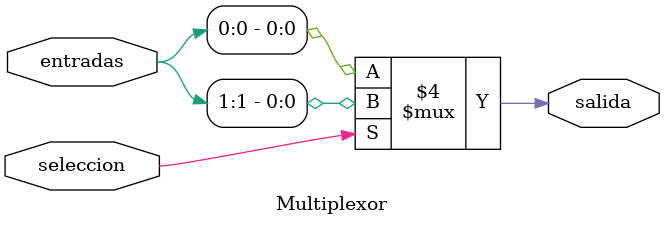
<source format=v>
module Multiplexor(
	input[1:0] entradas,
	input seleccion,
	output reg salida
);

always@*
begin
	if (seleccion == 1)
		salida = entradas[1];	
	else
		salida = entradas[0];
		
end 
endmodule
</source>
